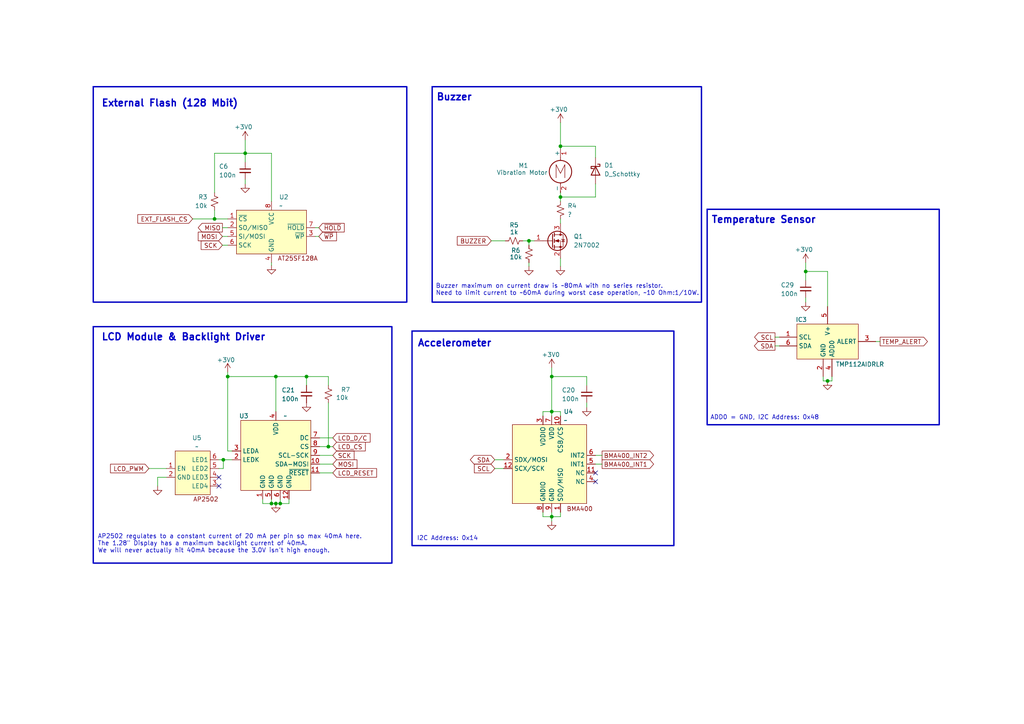
<source format=kicad_sch>
(kicad_sch (version 20231120) (generator "eeschema") (generator_version "8.0")
  (paper "A4")
  (lib_symbols
    (symbol "Device:C_Small" (pin_numbers hide) (pin_names (offset 0.254) hide)
      (property "Reference" "C" (at 0.254 1.778 0))
      (property "Value" "C_Small" (at 0.254 -2.032 0))
      (symbol "C_Small_0_1"
        (polyline (pts (xy -1.524 -0.508) (xy 1.524 -0.508)) (stroke (width 0.3302)))
        (polyline (pts (xy -1.524 0.508) (xy 1.524 0.508)) (stroke (width 0.3048)))
      )
      (symbol "C_Small_1_1"
        (pin passive line (at 0 2.54 270) (length 2.032) (name "~") (number "1"))
        (pin passive line (at 0 -2.54 90) (length 2.032) (name "~") (number "2"))
      )
    )
    (symbol "Device:D_Schottky" (pin_numbers hide) (pin_names (offset 1.016) hide)
      (property "Reference" "D" (at 0 2.54 0))
      (property "Value" "D_Schottky" (at 0 -2.54 0))
      (symbol "D_Schottky_0_1"
        (polyline (pts (xy 1.27 0) (xy -1.27 0)))
        (polyline (pts (xy 1.27 1.27) (xy 1.27 -1.27) (xy -1.27 0) (xy 1.27 1.27)) (stroke (width 0.254)))
        (polyline (pts (xy -1.905 0.635) (xy -1.905 1.27) (xy -1.27 1.27) (xy -1.27 -1.27) (xy -0.635 -1.27) (xy -0.635 -0.635)) (stroke (width 0.254)))
      )
      (symbol "D_Schottky_1_1"
        (pin passive line (at -3.81 0 0) (length 2.54) (name "K") (number "1"))
        (pin passive line (at 3.81 0 180) (length 2.54) (name "A") (number "2"))
      )
    )
    (symbol "Device:R_Small_US" (pin_numbers hide) (pin_names (offset 0.254) hide)
      (property "Reference" "R" (at 0.762 0.508 0))
      (property "Value" "R_Small_US" (at 0.762 -1.016 0))
      (symbol "R_Small_US_1_1"
        (polyline (pts (xy 0 0) (xy 1.016 -0.381) (xy 0 -0.762) (xy -1.016 -1.143) (xy 0 -1.524)))
        (polyline (pts (xy 0 1.524) (xy 1.016 1.143) (xy 0 0.762) (xy -1.016 0.381) (xy 0 0)))
        (pin passive line (at 0 2.54 270) (length 1.016) (name "~") (number "1"))
        (pin passive line (at 0 -2.54 90) (length 1.016) (name "~") (number "2"))
      )
    )
    (symbol "GeckoDevelopmentBoard:AP2502"
      (property "Reference" "U2" (at -2.921 7.366 0))
      (property "Value" "~" (at -7.62 1.27 0))
      (symbol "AP2502_1_1"
        (rectangle (start -5.08 6.35) (end 5.08 -6.35) (fill (type background)))
        (text "AP2502" (at 3.81 -7.62 0) (effects (font (size 1.27 1.27))))
        (pin input line (at -7.62 1.27 0) (length 2.54) (name "EN") (number "1"))
        (pin input line (at -7.62 -1.27 0) (length 2.54) (name "GND") (number "2"))
        (pin input line (at 7.62 -3.81 180) (length 2.54) (name "LED4") (number "3"))
        (pin input line (at 7.62 -1.27 180) (length 2.54) (name "LED3") (number "4"))
        (pin input line (at 7.62 1.27 180) (length 2.54) (name "LED2") (number "5"))
        (pin input line (at 7.62 3.81 180) (length 2.54) (name "LED1") (number "6"))
      )
    )
    (symbol "GeckoDevelopmentBoard:AT25SF128A"
      (property "Reference" "U3" (at -10.16 7.366 0))
      (property "Value" "~" (at -30.48 7.62 0))
      (symbol "AT25SF128A_1_1"
        (rectangle (start -10.16 6.35) (end 10.16 -6.35) (fill (type background)))
        (text "AT25SF128A" (at 7.62 -7.62 0) (effects (font (size 1.27 1.27))))
        (pin input line (at -12.7 3.81 0) (length 2.54) (name "~{CS}") (number "1"))
        (pin input line (at -12.7 1.27 0) (length 2.54) (name "SO/MISO") (number "2"))
        (pin input line (at 12.7 -1.27 180) (length 2.54) (name "~{WP}") (number "3"))
        (pin input line (at 0 -8.89 90) (length 2.54) (name "GND") (number "4"))
        (pin input line (at -12.7 -1.27 0) (length 2.54) (name "SI/MOSI") (number "5"))
        (pin input line (at -12.7 -3.81 0) (length 2.54) (name "SCK") (number "6"))
        (pin input line (at 12.7 1.27 180) (length 2.54) (name "~{HOLD}") (number "7"))
        (pin input line (at 0 8.89 270) (length 2.54) (name "VCC") (number "8"))
      )
    )
    (symbol "GeckoDevelopmentBoard:BMA400"
      (property "Reference" "U5" (at -11.176 12.446 0))
      (property "Value" "~" (at 12.192 -7.874 0))
      (symbol "BMA400_1_1"
        (rectangle (start -11.43 11.43) (end 10.16 -11.43) (fill (type background)))
        (text "BMA400" (at 8.128 -12.954 0) (effects (font (size 1.27 1.27))))
        (pin input line (at 2.54 -13.97 90) (length 2.54) (name "SDO/MISO") (number "1"))
        (pin input line (at 2.54 13.97 270) (length 2.54) (name "CSB/CS") (number "10"))
        (pin input line (at 12.7 -2.54 180) (length 2.54) (name "NC") (number "11"))
        (pin input line (at -13.97 -1.27 0) (length 2.54) (name "SCX/SCK") (number "12"))
        (pin input line (at -13.97 1.27 0) (length 2.54) (name "SDX/MOSI") (number "2"))
        (pin input line (at -2.54 13.97 270) (length 2.54) (name "VDDIO") (number "3"))
        (pin input line (at 12.7 -5.08 180) (length 2.54) (name "NC") (number "4"))
        (pin input line (at 12.7 0 180) (length 2.54) (name "INT1") (number "5"))
        (pin input line (at 12.7 2.54 180) (length 2.54) (name "INT2") (number "6"))
        (pin input line (at 0 13.97 270) (length 2.54) (name "VDD") (number "7"))
        (pin input line (at -2.54 -13.97 90) (length 2.54) (name "GNDIO") (number "8"))
        (pin input line (at 0 -13.97 90) (length 2.54) (name "GND") (number "9"))
      )
    )
    (symbol "GeckoDevelopmentBoard:ER-TFT147"
      (property "Reference" "U4" (at 1.9559 12.954 0))
      (property "Value" "~" (at -28.448 0.762 0))
      (symbol "ER-TFT147_1_1"
        (rectangle (start -10.16 10.16) (end 10.16 -10.16) (fill (type background)))
        (pin input line (at -3.81 -12.7 90) (length 2.54) (name "GND") (number "1"))
        (pin input line (at 12.7 -2.54 180) (length 2.54) (name "SDA-MOSI") (number "10"))
        (pin input line (at 12.7 -5.08 180) (length 2.54) (name "~{RESET}") (number "11"))
        (pin input line (at 3.81 -12.7 90) (length 2.54) (name "GND") (number "12"))
        (pin input line (at -12.7 -1.27 0) (length 2.54) (name "LEDK") (number "2"))
        (pin input line (at -12.7 1.27 0) (length 2.54) (name "LEDA") (number "3"))
        (pin input line (at 0 12.7 270) (length 2.54) (name "VDD") (number "4"))
        (pin input line (at -1.27 -12.7 90) (length 2.54) (name "GND") (number "5"))
        (pin input line (at 1.27 -12.7 90) (length 2.54) (name "GND") (number "6"))
        (pin input line (at 12.7 5.08 180) (length 2.54) (name "DC") (number "7"))
        (pin input line (at 12.7 2.54 180) (length 2.54) (name "CS") (number "8"))
        (pin input line (at 12.7 0 180) (length 2.54) (name "SCL-SCK") (number "9"))
      )
    )
    (symbol "Motor:Motor_DC" (pin_names (offset 0))
      (property "Reference" "M" (at 2.54 2.54 0))
      (property "Value" "Motor_DC" (at 2.54 -5.08 0))
      (symbol "Motor_DC_0_0"
        (polyline (pts (xy -1.27 -3.302) (xy -1.27 0.508) (xy 0 -2.032) (xy 1.27 0.508) (xy 1.27 -3.302)))
      )
      (symbol "Motor_DC_0_1"
        (circle (center 0 -1.524) (radius 3.2512) (stroke (width 0.254)))
        (polyline (pts (xy 0 -7.62) (xy 0 -7.112)))
        (polyline (pts (xy 0 -4.7752) (xy 0 -5.1816)))
        (polyline (pts (xy 0 1.7272) (xy 0 2.0828)))
        (polyline (pts (xy 0 2.032) (xy 0 2.54)))
      )
      (symbol "Motor_DC_1_1"
        (pin passive line (at 0 5.08 270) (length 2.54) (name "+") (number "1"))
        (pin passive line (at 0 -7.62 90) (length 2.54) (name "-") (number "2"))
      )
    )
    (symbol "SamacSys_Parts:TMP112AIDRLR"
      (property "Reference" "IC" (at 39.878 16.51 0))
      (property "Value" "TMP112AIDRLR" (at 39.878 13.97 0))
      (symbol "TMP112AIDRLR_1_1"
        (rectangle (start -8.89 5.08) (end 8.89 -5.08) (fill (type background)))
        (pin passive line (at -13.97 1.27 0) (length 5.08) (name "SCL") (number "1"))
        (pin passive line (at -1.27 -10.16 90) (length 5.08) (name "GND") (number "2"))
        (pin passive line (at 13.97 0 180) (length 5.08) (name "ALERT") (number "3"))
        (pin passive line (at 1.27 -10.16 90) (length 5.08) (name "ADD0") (number "4"))
        (pin passive line (at 0 10.16 270) (length 5.08) (name "V+") (number "5"))
        (pin passive line (at -13.97 -1.27 0) (length 5.08) (name "SDA") (number "6"))
      )
    )
    (symbol "Transistor_FET:2N7002" (pin_names hide)
      (property "Reference" "Q" (at 5.08 1.905 0))
      (property "Value" "2N7002" (at 5.08 0 0))
      (symbol "2N7002_0_1"
        (polyline (pts (xy 0.254 0) (xy -2.54 0)))
        (polyline (pts (xy 0.254 1.905) (xy 0.254 -1.905)) (stroke (width 0.254)))
        (polyline (pts (xy 0.762 -1.27) (xy 0.762 -2.286)) (stroke (width 0.254)))
        (polyline (pts (xy 0.762 0.508) (xy 0.762 -0.508)) (stroke (width 0.254)))
        (polyline (pts (xy 0.762 2.286) (xy 0.762 1.27)) (stroke (width 0.254)))
        (polyline (pts (xy 2.54 2.54) (xy 2.54 1.778)))
        (polyline (pts (xy 2.54 -2.54) (xy 2.54 0) (xy 0.762 0)))
        (polyline (pts (xy 0.762 -1.778) (xy 3.302 -1.778) (xy 3.302 1.778) (xy 0.762 1.778)))
        (polyline (pts (xy 1.016 0) (xy 2.032 0.381) (xy 2.032 -0.381) (xy 1.016 0)) (fill (type outline)))
        (polyline (pts (xy 2.794 0.508) (xy 2.921 0.381) (xy 3.683 0.381) (xy 3.81 0.254)))
        (polyline (pts (xy 3.302 0.381) (xy 2.921 -0.254) (xy 3.683 -0.254) (xy 3.302 0.381)))
        (circle (center 1.651 0) (radius 2.794) (stroke (width 0.254)))
        (circle (center 2.54 -1.778) (radius 0.254) (fill (type outline)))
        (circle (center 2.54 1.778) (radius 0.254) (fill (type outline)))
      )
      (symbol "2N7002_1_1"
        (pin input line (at -5.08 0 0) (length 2.54) (name "G") (number "1"))
        (pin passive line (at 2.54 -5.08 90) (length 2.54) (name "S") (number "2"))
        (pin passive line (at 2.54 5.08 270) (length 2.54) (name "D") (number "3"))
      )
    )
    (symbol "power:+3V0" (power) (pin_names (offset 0))
      (property "Value" "+3V0" (at 0 3.556 0))
      (symbol "+3V0_0_1"
        (polyline (pts (xy -0.762 1.27) (xy 0 2.54)))
        (polyline (pts (xy 0 0) (xy 0 2.54)))
        (polyline (pts (xy 0 2.54) (xy 0.762 1.27)))
      )
      (symbol "+3V0_1_1"
        (pin power_in line (at 0 0 90) (length 0) hide (name "+3V0") (number "1"))
      )
    )
    (symbol "power:GND" (power) (pin_names (offset 0))
      (property "Value" "GND" (at 0 -3.81 0))
      (symbol "GND_0_1"
        (polyline (pts (xy 0 0) (xy 0 -1.27) (xy 1.27 -1.27) (xy 0 -2.54) (xy -1.27 -1.27) (xy 0 -1.27)))
      )
      (symbol "GND_1_1"
        (pin power_in line (at 0 0 270) (length 0) hide (name "GND") (number "1"))
      )
    )
  )
  (junction (at 62.23 63.5))
  (junction (at 160.02 109.22))
  (junction (at 71.12 44.45))
  (junction (at 81.28 146.05))
  (junction (at 88.9 109.22))
  (junction (at 95.25 129.54))
  (junction (at 162.56 42.418))
  (junction (at 78.74 146.05))
  (junction (at 153.416 69.85))
  (junction (at 80.01 109.22))
  (junction (at 80.01 146.05))
  (junction (at 160.02 149.86))
  (junction (at 160.02 119.38))
  (junction (at 64.77 133.35))
  (junction (at 240.03 110.49))
  (junction (at 66.04 109.22))
  (junction (at 233.68 78.74))
  (junction (at 162.56 57.15))
  (no_connect (at 63.5 140.97))
  (no_connect (at 172.72 139.7))
  (no_connect (at 63.5 138.43))
  (no_connect (at 172.72 137.16))
  (wire (pts (xy 160.02 109.22) (xy 170.18 109.22)))
  (wire (pts (xy 64.77 133.35) (xy 67.31 133.35)))
  (wire (pts (xy 63.5 133.35) (xy 64.77 133.35)))
  (wire (pts (xy 88.9 109.22) (xy 80.01 109.22)))
  (wire (pts (xy 224.79 100.33) (xy 226.06 100.33)))
  (wire (pts (xy 66.04 109.22) (xy 80.01 109.22)))
  (wire (pts (xy 162.56 120.65) (xy 162.56 119.38)))
  (wire (pts (xy 64.516 66.04) (xy 66.04 66.04)))
  (wire (pts (xy 160.02 119.38) (xy 160.02 120.65)))
  (wire (pts (xy 162.56 42.418) (xy 162.56 43.18)))
  (wire (pts (xy 83.82 146.05) (xy 83.82 144.78)))
  (wire (pts (xy 95.25 109.22) (xy 95.25 111.76)))
  (wire (pts (xy 153.416 76.2) (xy 153.416 77.216)))
  (wire (pts (xy 92.71 132.08) (xy 96.52 132.08)))
  (wire (pts (xy 162.56 149.86) (xy 160.02 149.86)))
  (wire (pts (xy 238.76 109.22) (xy 238.76 110.49)))
  (wire (pts (xy 66.04 107.95) (xy 66.04 109.22)))
  (wire (pts (xy 151.638 69.85) (xy 153.416 69.85)))
  (wire (pts (xy 153.416 69.85) (xy 154.94 69.85)))
  (wire (pts (xy 162.56 55.88) (xy 162.56 57.15)))
  (wire (pts (xy 160.02 109.22) (xy 160.02 119.38)))
  (wire (pts (xy 76.2 144.78) (xy 76.2 146.05)))
  (wire (pts (xy 254 99.06) (xy 255.27 99.06)))
  (wire (pts (xy 62.23 60.96) (xy 62.23 63.5)))
  (wire (pts (xy 78.74 76.2) (xy 78.74 76.962)))
  (wire (pts (xy 64.516 71.12) (xy 66.04 71.12)))
  (wire (pts (xy 92.71 129.54) (xy 95.25 129.54)))
  (wire (pts (xy 162.56 119.38) (xy 160.02 119.38)))
  (wire (pts (xy 224.79 97.79) (xy 226.06 97.79)))
  (wire (pts (xy 241.3 110.49) (xy 240.03 110.49)))
  (wire (pts (xy 78.74 146.05) (xy 80.01 146.05)))
  (wire (pts (xy 160.02 106.68) (xy 160.02 109.22)))
  (wire (pts (xy 241.3 109.22) (xy 241.3 110.49)))
  (wire (pts (xy 45.72 140.97) (xy 45.72 138.43)))
  (wire (pts (xy 162.56 148.59) (xy 162.56 149.86)))
  (wire (pts (xy 78.74 44.45) (xy 71.12 44.45)))
  (wire (pts (xy 92.71 127) (xy 96.52 127)))
  (wire (pts (xy 143.51 133.35) (xy 146.05 133.35)))
  (wire (pts (xy 92.71 134.62) (xy 96.52 134.62)))
  (wire (pts (xy 76.2 146.05) (xy 78.74 146.05)))
  (wire (pts (xy 233.68 86.36) (xy 233.68 87.63)))
  (wire (pts (xy 162.56 57.15) (xy 162.56 58.42)))
  (wire (pts (xy 80.01 109.22) (xy 80.01 119.38)))
  (wire (pts (xy 80.01 146.05) (xy 81.28 146.05)))
  (wire (pts (xy 81.28 144.78) (xy 81.28 146.05)))
  (wire (pts (xy 91.44 66.04) (xy 92.456 66.04)))
  (wire (pts (xy 62.23 44.45) (xy 71.12 44.45)))
  (wire (pts (xy 157.48 119.38) (xy 160.02 119.38)))
  (wire (pts (xy 88.9 109.22) (xy 88.9 111.76)))
  (wire (pts (xy 162.56 63.5) (xy 162.56 64.77)))
  (wire (pts (xy 172.72 57.15) (xy 162.56 57.15)))
  (wire (pts (xy 160.02 148.59) (xy 160.02 149.86)))
  (wire (pts (xy 160.02 149.86) (xy 160.02 151.13)))
  (wire (pts (xy 64.516 68.58) (xy 66.04 68.58)))
  (wire (pts (xy 63.5 135.89) (xy 64.77 135.89)))
  (wire (pts (xy 240.03 78.74) (xy 233.68 78.74)))
  (wire (pts (xy 233.68 76.2) (xy 233.68 78.74)))
  (wire (pts (xy 78.74 58.42) (xy 78.74 44.45)))
  (wire (pts (xy 233.68 78.74) (xy 233.68 81.28)))
  (wire (pts (xy 142.494 69.85) (xy 146.558 69.85)))
  (wire (pts (xy 162.56 74.93) (xy 162.56 77.216)))
  (wire (pts (xy 71.12 40.64) (xy 71.12 44.45)))
  (wire (pts (xy 143.51 135.89) (xy 146.05 135.89)))
  (wire (pts (xy 45.72 138.43) (xy 48.26 138.43)))
  (wire (pts (xy 162.56 42.418) (xy 172.72 42.418)))
  (wire (pts (xy 91.44 68.58) (xy 92.456 68.58)))
  (wire (pts (xy 172.72 45.72) (xy 172.72 42.418)))
  (wire (pts (xy 66.04 109.22) (xy 66.04 130.81)))
  (wire (pts (xy 43.18 135.89) (xy 48.26 135.89)))
  (wire (pts (xy 170.18 116.84) (xy 170.18 118.11)))
  (wire (pts (xy 95.25 129.54) (xy 96.52 129.54)))
  (wire (pts (xy 157.48 149.86) (xy 160.02 149.86)))
  (wire (pts (xy 64.77 135.89) (xy 64.77 133.35)))
  (wire (pts (xy 55.88 63.5) (xy 62.23 63.5)))
  (wire (pts (xy 170.18 111.76) (xy 170.18 109.22)))
  (wire (pts (xy 81.28 146.05) (xy 83.82 146.05)))
  (wire (pts (xy 92.71 137.16) (xy 96.52 137.16)))
  (wire (pts (xy 95.25 109.22) (xy 88.9 109.22)))
  (wire (pts (xy 78.74 144.78) (xy 78.74 146.05)))
  (wire (pts (xy 62.23 44.45) (xy 62.23 55.88)))
  (wire (pts (xy 71.12 44.45) (xy 71.12 46.99)))
  (wire (pts (xy 62.23 63.5) (xy 66.04 63.5)))
  (wire (pts (xy 66.04 130.81) (xy 67.31 130.81)))
  (wire (pts (xy 172.72 132.08) (xy 174.625 132.08)))
  (wire (pts (xy 71.12 52.07) (xy 71.12 53.34)))
  (wire (pts (xy 153.416 71.12) (xy 153.416 69.85)))
  (wire (pts (xy 95.25 116.84) (xy 95.25 129.54)))
  (wire (pts (xy 172.72 134.62) (xy 174.625 134.62)))
  (wire (pts (xy 172.72 53.34) (xy 172.72 57.15)))
  (wire (pts (xy 157.48 120.65) (xy 157.48 119.38)))
  (wire (pts (xy 162.56 35.56) (xy 162.56 42.418)))
  (wire (pts (xy 240.03 88.9) (xy 240.03 78.74)))
  (wire (pts (xy 157.48 148.59) (xy 157.48 149.86)))
  (wire (pts (xy 238.76 110.49) (xy 240.03 110.49)))
  (rectangle (start 27.051 94.742) (end 113.665 163.322) (stroke (width 0.4)))
  (rectangle (start 205.105 60.706) (end 272.415 123.19) (stroke (width 0.4)))
  (rectangle (start 27.051 25.146) (end 117.983 87.63) (stroke (width 0.4)))
  (rectangle (start 125.349 25.146) (end 203.454 87.63) (stroke (width 0.4)))
  (rectangle (start 119.507 96.012) (end 195.453 158.242) (stroke (width 0.4)))
  (text "Buzzer" (at 126.492 29.464 0) (effects (font (size 2 2) (thickness 0.4) (bold yes)) (justify left bottom)))
  (text "I2C Address: 0x14" (at 120.904 156.972 0) (effects (font (size 1.27 1.27)) (justify left bottom)))
  (text "ADD0 = GND, I2C Address: 0x48" (at 205.994 121.92 0) (effects (font (size 1.27 1.27)) (justify left bottom)))
  (text "AP2502 regulates to a constant current of 20 mA per pin so max 40mA here.\nThe 1.28\" Display has a maximum backlight current of 40mA.\nWe will never actually hit 40mA because the 3.0V isn't high enough." (at 28.321 160.528 0) (effects (font (size 1.27 1.27)) (justify left bottom)))
  (text "Buzzer maximum on current draw is ~80mA with no series resistor.\nNeed to limit current to ~60mA during worst case operation, ~10 Ohm:1/10W." (at 126.365 85.852 0) (effects (font (size 1.27 1.27)) (justify left bottom)))
  (text "Temperature Sensor" (at 206.248 65.024 0) (effects (font (size 2 2) (thickness 0.4) (bold yes)) (justify left bottom)))
  (text "External Flash (128 Mbit)" (at 29.337 31.242 0) (effects (font (size 2 2) (thickness 0.4) (bold yes)) (justify left bottom)))
  (text "LCD Module & Backlight Driver" (at 29.337 99.06 0) (effects (font (size 2 2) (bold yes)) (justify left bottom)))
  (text "Accelerometer" (at 121.031 100.838 0) (effects (font (size 2 2) (bold yes)) (justify left bottom)))
  (global_label "LCD_D{slash}C" (shape input) (at 96.52 127 0) (property "Intersheetrefs" "${INTERSHEET_REFS}" (effects (hide yes))))
  (global_label "BMA400_INT2" (shape output) (at 174.625 132.08 0) (property "Intersheetrefs" "${INTERSHEET_REFS}" (effects (hide yes))))
  (global_label "SCL" (shape input) (at 143.51 135.89 180) (property "Intersheetrefs" "${INTERSHEET_REFS}" (effects (hide yes))))
  (global_label "MOSI" (shape input) (at 96.52 134.62 0) (property "Intersheetrefs" "${INTERSHEET_REFS}" (effects (hide yes))))
  (global_label "MISO" (shape output) (at 64.516 66.04 180) (property "Intersheetrefs" "${INTERSHEET_REFS}" (effects (hide yes))))
  (global_label "SCK" (shape input) (at 64.516 71.12 180) (property "Intersheetrefs" "${INTERSHEET_REFS}" (effects (hide yes))))
  (global_label "LCD_CS" (shape input) (at 96.52 129.54 0) (property "Intersheetrefs" "${INTERSHEET_REFS}" (effects (hide yes))))
  (global_label "LCD_PWM" (shape input) (at 43.18 135.89 180) (property "Intersheetrefs" "${INTERSHEET_REFS}" (effects (hide yes))))
  (global_label "EXT_FLASH_CS" (shape input) (at 55.88 63.5 180) (property "Intersheetrefs" "${INTERSHEET_REFS}" (effects (hide yes))))
  (global_label "SDA" (shape output) (at 224.79 100.33 180) (property "Intersheetrefs" "${INTERSHEET_REFS}" (effects (hide yes))))
  (global_label "~{WP}" (shape input) (at 92.456 68.58 0) (property "Intersheetrefs" "${INTERSHEET_REFS}" (effects (hide yes))))
  (global_label "BMA400_INT1" (shape output) (at 174.625 134.62 0) (property "Intersheetrefs" "${INTERSHEET_REFS}" (effects (hide yes))))
  (global_label "SCL" (shape output) (at 224.79 97.79 180) (property "Intersheetrefs" "${INTERSHEET_REFS}" (effects (hide yes))))
  (global_label "LCD_RESET" (shape input) (at 96.52 137.16 0) (property "Intersheetrefs" "${INTERSHEET_REFS}" (effects (hide yes))))
  (global_label "SDA" (shape bidirectional) (at 143.51 133.35 180) (property "Intersheetrefs" "${INTERSHEET_REFS}" (effects (hide yes))))
  (global_label "BUZZER" (shape input) (at 142.494 69.85 180) (property "Intersheetrefs" "${INTERSHEET_REFS}" (effects (hide yes))))
  (global_label "TEMP_ALERT" (shape output) (at 255.27 99.06 0) (property "Intersheetrefs" "${INTERSHEET_REFS}" (effects (hide yes))))
  (global_label "SCK" (shape input) (at 96.52 132.08 0) (property "Intersheetrefs" "${INTERSHEET_REFS}" (effects (hide yes))))
  (global_label "MOSI" (shape input) (at 64.516 68.58 180) (property "Intersheetrefs" "${INTERSHEET_REFS}" (effects (hide yes))))
  (global_label "~{HOLD}" (shape input) (at 92.456 66.04 0) (property "Intersheetrefs" "${INTERSHEET_REFS}" (effects (hide yes))))
  (symbol (lib_id "GeckoDevelopmentBoard:ER-TFT147") (at 80.01 132.08 0) (unit 1)
    (property "Reference" "U3" (at 69.342 120.65 0) (effects (justify left)))
    (property "Value" "~" (at 82.2041 120.65 0) (effects (justify left)))
    (property "Footprint" "GeckoSmartWatch_V4_1:1.47_TFT_displayConnector" (effects (hide yes)))
  )
  (symbol (lib_id "Device:R_Small_US") (at 62.23 58.42 0) (unit 1)
    (property "Reference" "R3" (at 60.198 57.15 0) (effects (justify right)))
    (property "Value" "10k" (at 60.198 59.69 0) (effects (justify right)))
    (property "Footprint" "Resistor_SMD:R_0402_1005Metric" (effects (hide yes)))
  )
  (symbol (lib_id "power:GND") (at 160.02 151.13 0) (unit 1)
    (property "Reference" "#PWR030" (effects (hide yes)))
    (property "Value" "GND" (effects (hide yes)))
  )
  (symbol (lib_id "Motor:Motor_DC") (at 162.56 48.26 0) (unit 1)
    (property "Reference" "M1" (at 150.368 48.006 0) (effects (justify left)))
    (property "Value" "Vibration Motor" (at 144.018 50.038 0) (effects (justify left)))
    (property "Footprint" "GeckoSmartWatch_V4_1:SMD_vibrationMotor" (effects (hide yes)))
  )
  (symbol (lib_id "power:GND") (at 88.9 116.84 0) (unit 1)
    (property "Reference" "#PWR021" (effects (hide yes)))
    (property "Value" "GND" (effects (hide yes)))
  )
  (symbol (lib_id "Device:C_Small") (at 71.12 49.53 0) (unit 1)
    (property "Reference" "C6" (at 63.5 48.26 0) (effects (justify left)))
    (property "Value" "100n" (at 63.5 50.8 0) (effects (justify left)))
    (property "Footprint" "Capacitor_SMD:C_0402_1005Metric" (effects (hide yes)))
  )
  (symbol (lib_id "Device:C_Small") (at 88.9 114.3 0) (unit 1)
    (property "Reference" "C21" (at 81.661 113.157 0) (effects (justify left)))
    (property "Value" "100n" (at 81.661 115.697 0) (effects (justify left)))
    (property "Footprint" "Capacitor_SMD:C_0402_1005Metric" (effects (hide yes)))
  )
  (symbol (lib_id "power:+3V0") (at 160.02 106.68 0) (unit 1)
    (property "Reference" "#PWR020" (effects (hide yes)))
    (property "Value" "+3V0" (at 159.766 102.87 0))
  )
  (symbol (lib_id "power:GND") (at 78.74 76.962 0) (unit 1)
    (property "Reference" "#PWR011" (effects (hide yes)))
    (property "Value" "GND" (effects (hide yes)))
  )
  (symbol (lib_id "power:GND") (at 162.56 77.216 0) (unit 1)
    (property "Reference" "#PWR017" (effects (hide yes)))
    (property "Value" "GND" (effects (hide yes)))
  )
  (symbol (lib_id "GeckoDevelopmentBoard:AP2502") (at 55.88 137.16 0) (unit 1)
    (property "Reference" "U5" (at 57.0997 127 0))
    (property "Value" "~" (at 57.0997 129.54 0))
    (property "Footprint" "GeckoSmartWatch_V4_1:AP2502_SOT95P280X145-6N" (effects (hide yes)))
  )
  (symbol (lib_id "SamacSys_Parts:TMP112AIDRLR") (at 240.03 99.06 0) (unit 1)
    (property "Reference" "IC3" (at 232.41 92.71 0))
    (property "Value" "TMP112AIDRLR" (at 249.428 105.664 0))
    (property "Footprint" "GeckoSmartWatch_V4_1:tmp_SOTFL50P160X60-6N" (effects (hide yes)))
    (property "Datasheet" "http://www.ti.com/general/docs/suppproductinfo.tsp?distId=10&gotoUrl=http%3A%2F%2Fwww.ti.com%2Flit%2Fgpn%2Ftmp112" (effects (hide yes)))
    (property "Description" "Board Mount Temperature Sensors Hi-Prec Lo-Pwr Dig Temp Sensor" (effects (hide yes)))
    (property "Height" "0.6" (effects (hide yes)))
    (property "Mouser Part Number" "595-TMP112AIDRLR" (effects (hide yes)))
    (property "Mouser Price/Stock" "https://www.mouser.co.uk/ProductDetail/Texas-Instruments/TMP112AIDRLR?qs=62Z1lCHpKYghtK4%2FJn2ysA%3D%3D" (effects (hide yes)))
    (property "Manufacturer_Name" "Texas Instruments" (effects (hide yes)))
    (property "Manufacturer_Part_Number" "TMP112AIDRLR" (effects (hide yes)))
  )
  (symbol (lib_id "power:+3V0") (at 71.12 40.64 0) (unit 1)
    (property "Reference" "#PWR05" (effects (hide yes)))
    (property "Value" "+3V0" (at 70.612 36.83 0))
  )
  (symbol (lib_id "Device:D_Schottky") (at 172.72 49.53 270) (unit 1)
    (property "Reference" "D1" (at 175.26 47.9425 90) (effects (justify left)))
    (property "Value" "D_Schottky" (at 175.26 50.4825 90) (effects (justify left)))
    (property "Footprint" "GeckoSmartWatch_V4_1:flyback_SODFL1608X70N" (effects (hide yes)))
  )
  (symbol (lib_id "Device:C_Small") (at 233.68 83.82 0) (unit 1)
    (property "Reference" "C29" (at 226.441 82.677 0) (effects (justify left)))
    (property "Value" "100n" (at 226.441 85.217 0) (effects (justify left)))
    (property "Footprint" "Capacitor_SMD:C_0402_1005Metric" (effects (hide yes)))
  )
  (symbol (lib_id "power:GND") (at 233.68 87.63 0) (unit 1)
    (property "Reference" "#PWR049" (effects (hide yes)))
    (property "Value" "GND" (effects (hide yes)))
  )
  (symbol (lib_id "power:GND") (at 71.12 53.34 0) (unit 1)
    (property "Reference" "#PWR06" (effects (hide yes)))
    (property "Value" "GND" (effects (hide yes)))
  )
  (symbol (lib_id "Device:C_Small") (at 170.18 114.3 0) (unit 1)
    (property "Reference" "C20" (at 162.941 113.157 0) (effects (justify left)))
    (property "Value" "100n" (at 162.941 115.697 0) (effects (justify left)))
    (property "Footprint" "Capacitor_SMD:C_0402_1005Metric" (effects (hide yes)))
  )
  (symbol (lib_id "Device:R_Small_US") (at 153.416 73.66 180) (unit 1)
    (property "Reference" "R6" (at 149.606 72.644 0))
    (property "Value" "10k" (at 149.606 74.549 0))
    (property "Footprint" "Resistor_SMD:R_0402_1005Metric" (effects (hide yes)))
  )
  (symbol (lib_id "power:+3V0") (at 233.68 76.2 0) (unit 1)
    (property "Reference" "#PWR050" (effects (hide yes)))
    (property "Value" "+3V0" (at 233.172 72.39 0))
  )
  (symbol (lib_id "power:GND") (at 45.72 140.97 0) (unit 1)
    (property "Reference" "#PWR028" (effects (hide yes)))
    (property "Value" "GND" (effects (hide yes)))
  )
  (symbol (lib_id "GeckoDevelopmentBoard:AT25SF128A") (at 78.74 67.31 0) (unit 1)
    (property "Reference" "U2" (at 80.9341 57.15 0) (effects (justify left)))
    (property "Value" "~" (at 80.9341 59.69 0) (effects (justify left)))
    (property "Footprint" "GeckoSmartWatch_V4_1:extFlash_SON127P600X500X60-9N-D" (effects (hide yes)))
  )
  (symbol (lib_id "Device:R_Small_US") (at 95.25 114.3 0) (unit 1)
    (property "Reference" "R7" (at 101.6 113.03 0) (effects (justify right)))
    (property "Value" "10k" (at 101.092 115.316 0) (effects (justify right)))
    (property "Footprint" "Resistor_SMD:R_0402_1005Metric" (effects (hide yes)))
  )
  (symbol (lib_id "power:GND") (at 80.01 146.05 0) (unit 1)
    (property "Reference" "#PWR029" (effects (hide yes)))
    (property "Value" "GND" (effects (hide yes)))
  )
  (symbol (lib_id "power:GND") (at 240.03 110.49 0) (unit 1)
    (property "Reference" "#PWR026" (effects (hide yes)))
    (property "Value" "GND" (effects (hide yes)))
  )
  (symbol (lib_id "Device:R_Small_US") (at 162.56 60.96 0) (mirror y) (unit 1)
    (property "Reference" "R4" (at 164.592 59.69 0) (effects (justify right)))
    (property "Value" "?" (at 164.592 62.23 0) (effects (justify right)))
    (property "Footprint" "Resistor_SMD:R_0402_1005Metric" (effects (hide yes)))
  )
  (symbol (lib_id "power:+3V0") (at 162.56 35.56 0) (unit 1)
    (property "Reference" "#PWR01" (effects (hide yes)))
    (property "Value" "+3V0" (at 162.052 31.75 0))
  )
  (symbol (lib_id "Transistor_FET:2N7002") (at 160.02 69.85 0) (unit 1)
    (property "Reference" "Q1" (at 166.37 68.58 0) (effects (justify left)))
    (property "Value" "2N7002" (at 166.37 71.12 0) (effects (justify left)))
    (property "Footprint" "Package_TO_SOT_SMD:SOT-23" (effects (hide yes)))
    (property "Datasheet" "https://www.onsemi.com/pub/Collateral/NDS7002A-D.PDF" (effects (hide yes)))
  )
  (symbol (lib_id "Device:R_Small_US") (at 149.098 69.85 90) (unit 1)
    (property "Reference" "R5" (at 149.098 65.278 90))
    (property "Value" "1k" (at 149.098 67.31 90))
    (property "Footprint" "Resistor_SMD:R_0402_1005Metric" (effects (hide yes)))
  )
  (symbol (lib_id "power:GND") (at 153.416 77.216 0) (unit 1)
    (property "Reference" "#PWR013" (effects (hide yes)))
    (property "Value" "GND" (effects (hide yes)))
  )
  (symbol (lib_id "power:+3V0") (at 66.04 107.95 0) (unit 1)
    (property "Reference" "#PWR019" (effects (hide yes)))
    (property "Value" "+3V0" (at 65.532 104.394 0))
  )
  (symbol (lib_id "GeckoDevelopmentBoard:BMA400") (at 160.02 134.62 0) (unit 1)
    (property "Reference" "U4" (at 163.4841 119.38 0) (effects (justify left)))
    (property "Value" "~" (at 163.4841 121.92 0) (effects (justify left)))
    (property "Footprint" "GeckoSmartWatch_V4_1:BOSCH_LGA_12" (effects (hide yes)))
  )
  (symbol (lib_id "power:GND") (at 170.18 118.11 0) (unit 1)
    (property "Reference" "#PWR027" (effects (hide yes)))
    (property "Value" "GND" (effects (hide yes)))
  )
)
</source>
